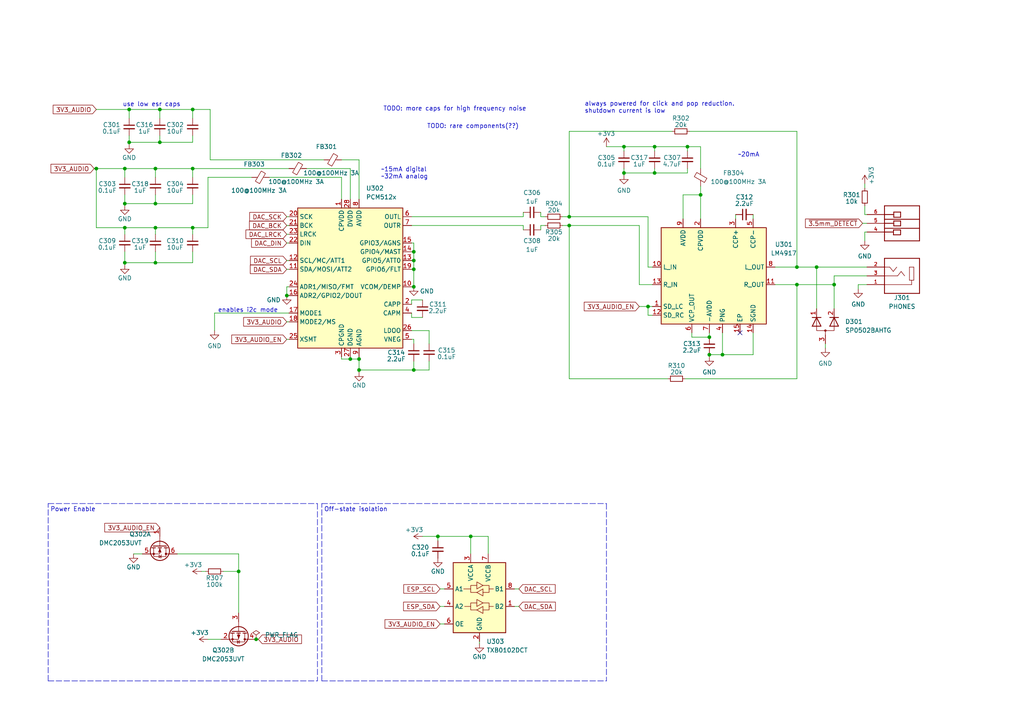
<source format=kicad_sch>
(kicad_sch (version 20211123) (generator eeschema)
  (paper "A4")
  (title_block (date "2022-09-04") (rev "1"))
  (lib_symbols
    (symbol "Audio:PCM5121PW"
      (property "Reference" "U" (at -13.97 21.59 0))
      (property "Value" "PCM5121PW" (at 10.16 21.59 0))
      (symbol "PCM5121PW_0_1"
        (rectangle (start -15.24 20.32) (end 15.24 -20.32) (stroke (width 0.254)) (fill (type background)))
      )
      (symbol "PCM5121PW_1_1"
        (pin power_in line (at -2.54 22.86 270) (length 2.54) (name "CPVDD") (number "1"))
        (pin bidirectional line (at 17.78 -2.54 180) (length 2.54) (name "VCOM/DEMP") (number "10"))
        (pin bidirectional line (at -17.78 2.54 0) (length 2.54) (name "SDA/MOSI/ATT2") (number "11"))
        (pin input line (at -17.78 5.08 0) (length 2.54) (name "SCL/MC/ATT1") (number "12"))
        (pin bidirectional line (at 17.78 5.08 180) (length 2.54) (name "GPIO5/ATT0") (number "13"))
        (pin bidirectional line (at 17.78 7.62 180) (length 2.54) (name "GPIO4/MAST") (number "14"))
        (pin bidirectional line (at 17.78 10.16 180) (length 2.54) (name "GPIO3/AGNS") (number "15"))
        (pin bidirectional line (at -17.78 -5.08 0) (length 2.54) (name "ADR2/GPIO2/DOUT") (number "16"))
        (pin input line (at -17.78 -10.16 0) (length 2.54) (name "MODE1") (number "17"))
        (pin input line (at -17.78 -12.7 0) (length 2.54) (name "MODE2/MS") (number "18"))
        (pin bidirectional line (at 17.78 2.54 180) (length 2.54) (name "GPIO6/FLT") (number "19"))
        (pin passive line (at 17.78 -7.62 180) (length 2.54) (name "CAPP") (number "2"))
        (pin input line (at -17.78 17.78 0) (length 2.54) (name "SCK") (number "20"))
        (pin bidirectional line (at -17.78 15.24 0) (length 2.54) (name "BCK") (number "21"))
        (pin input line (at -17.78 10.16 0) (length 2.54) (name "DIN") (number "22"))
        (pin bidirectional line (at -17.78 12.7 0) (length 2.54) (name "LRCK") (number "23"))
        (pin bidirectional line (at -17.78 -2.54 0) (length 2.54) (name "ADR1/MISO/FMT") (number "24"))
        (pin input line (at -17.78 -17.78 0) (length 2.54) (name "XSMT") (number "25"))
        (pin passive line (at 17.78 -15.24 180) (length 2.54) (name "LDOO") (number "26"))
        (pin power_in line (at 0 -22.86 90) (length 2.54) (name "DGND") (number "27"))
        (pin power_in line (at 0 22.86 270) (length 2.54) (name "DVDD") (number "28"))
        (pin power_in line (at -2.54 -22.86 90) (length 2.54) (name "CPGND") (number "3"))
        (pin passive line (at 17.78 -10.16 180) (length 2.54) (name "CAPM") (number "4"))
        (pin passive line (at 17.78 -17.78 180) (length 2.54) (name "VNEG") (number "5"))
        (pin output line (at 17.78 17.78 180) (length 2.54) (name "OUTL") (number "6"))
        (pin output line (at 17.78 15.24 180) (length 2.54) (name "OUTR") (number "7"))
        (pin power_in line (at 2.54 22.86 270) (length 2.54) (name "AVDD") (number "8"))
        (pin power_in line (at 2.54 -22.86 90) (length 2.54) (name "AGND") (number "9"))
      )
    )
    (symbol "Device:C_Small" (pin_numbers hide) (pin_names (offset 0.254) hide)
      (property "Reference" "C" (at 0.254 1.778 0))
      (property "Value" "C_Small" (at 0.254 -2.032 0))
      (symbol "C_Small_0_1"
        (polyline (pts (xy -1.524 -0.508) (xy 1.524 -0.508)) (stroke (width 0.3302)))
        (polyline (pts (xy -1.524 0.508) (xy 1.524 0.508)) (stroke (width 0.3048)))
      )
      (symbol "C_Small_1_1"
        (pin passive line (at 0 2.54 270) (length 2.032) (name "~") (number "1"))
        (pin passive line (at 0 -2.54 90) (length 2.032) (name "~") (number "2"))
      )
    )
    (symbol "Device:D_Dual_CommonAnode_KKA_Parallel" (pin_names (offset 0.762) hide)
      (property "Reference" "D" (at 0 5.08 0))
      (property "Value" "D_Dual_CommonAnode_KKA_Parallel" (at 0 -5.08 0))
      (symbol "D_Dual_CommonAnode_KKA_Parallel_0_0"
        (polyline (pts (xy 2.54 -3.81) (xy 2.54 -1.27)) (stroke (width 0.254)))
        (polyline (pts (xy 2.54 1.27) (xy 2.54 3.81)) (stroke (width 0.254)))
      )
      (symbol "D_Dual_CommonAnode_KKA_Parallel_0_1"
        (circle (center -1.27 0) (radius 0.254) (fill (type outline)))
        (polyline (pts (xy -1.27 0) (xy -2.54 0)))
        (polyline (pts (xy 2.54 2.54) (xy -1.27 2.54) (xy -1.27 -2.54) (xy 2.54 -2.54)))
        (polyline (pts (xy 0 -1.27) (xy 2.54 -2.54) (xy 0 -3.81) (xy 0 -1.27) (xy 0 -1.27) (xy 0 -1.27)) (stroke (width 0.254)))
        (polyline (pts (xy 0 3.81) (xy 2.54 2.54) (xy 0 1.27) (xy 0 3.81) (xy 0 3.81) (xy 0 3.81)) (stroke (width 0.254)))
        (pin passive line (at 5.08 2.54 180) (length 2.54) (name "K") (number "1"))
        (pin passive line (at 5.08 -2.54 180) (length 2.54) (name "K") (number "2"))
        (pin passive line (at -5.08 0 0) (length 2.54) (name "A") (number "3"))
      )
    )
    (symbol "Device:Ferrite_Bead_Small" (pin_numbers hide) (pin_names (offset 0))
      (property "Reference" "FB" (at 1.905 1.27 0))
      (property "Value" "Device_Ferrite_Bead_Small" (at 1.905 -1.27 0))
      (symbol "Ferrite_Bead_Small_0_1"
        (polyline (pts (xy 0 -1.27) (xy 0 -0.7874)))
        (polyline (pts (xy 0 0.889) (xy 0 1.2954)))
        (polyline (pts (xy -1.8288 0.2794) (xy -1.1176 1.4986) (xy 1.8288 -0.2032) (xy 1.1176 -1.4224) (xy -1.8288 0.2794)))
      )
      (symbol "Ferrite_Bead_Small_1_1"
        (pin passive line (at 0 2.54 270) (length 1.27) (name "~") (number "1"))
        (pin passive line (at 0 -2.54 90) (length 1.27) (name "~") (number "2"))
      )
    )
    (symbol "Device:R_Small" (pin_numbers hide) (pin_names (offset 0.254) hide)
      (property "Reference" "R" (at 0.762 0.508 0))
      (property "Value" "R_Small" (at 0.762 -1.016 0))
      (symbol "R_Small_0_1"
        (rectangle (start -0.762 1.778) (end 0.762 -1.778) (stroke (width 0.2032)))
      )
      (symbol "R_Small_1_1"
        (pin passive line (at 0 2.54 270) (length 0.762) (name "~") (number "1"))
        (pin passive line (at 0 -2.54 90) (length 0.762) (name "~") (number "2"))
      )
    )
    (symbol "Logic_LevelTranslator:TXB0102DCT"
      (property "Reference" "U" (at -6.35 11.43 0))
      (property "Value" "TXB0102DCT" (at 3.81 11.43 0))
      (symbol "TXB0102DCT_0_1"
        (rectangle (start -7.62 10.16) (end 7.62 -10.16) (stroke (width 0.254)) (fill (type background)))
        (polyline (pts (xy -2.54 -2.54) (xy -2.54 -1.524) (xy -0.762 -1.524)))
        (polyline (pts (xy -2.54 2.54) (xy -2.54 3.556) (xy -0.762 3.556)))
        (polyline (pts (xy 2.794 -2.54) (xy 2.794 -3.556) (xy 1.016 -3.556)))
        (polyline (pts (xy 2.794 2.54) (xy 2.794 1.524) (xy 1.016 1.524)))
        (polyline (pts (xy -0.762 -3.556) (xy -2.54 -3.556) (xy -2.54 -2.54) (xy -4.318 -2.54)))
        (polyline (pts (xy -0.762 -2.54) (xy -0.762 -0.508) (xy 1.016 -1.524) (xy -0.762 -2.54)) (fill (type background)))
        (polyline (pts (xy -0.762 1.524) (xy -2.54 1.524) (xy -2.54 2.54) (xy -4.572 2.54)))
        (polyline (pts (xy -0.762 2.54) (xy -0.762 4.572) (xy 1.016 3.556) (xy -0.762 2.54)))
        (polyline (pts (xy 1.016 -2.54) (xy 1.016 -4.572) (xy -0.762 -3.556) (xy 1.016 -2.54)))
        (polyline (pts (xy 1.016 -1.524) (xy 2.794 -1.524) (xy 2.794 -2.54) (xy 4.064 -2.54)))
        (polyline (pts (xy 1.016 3.556) (xy 2.794 3.556) (xy 2.794 2.54) (xy 4.064 2.54)))
        (polyline (pts (xy 1.016 2.54) (xy 1.016 0.762) (xy 1.016 0.508) (xy -0.762 1.524) (xy 1.016 2.54)))
      )
      (symbol "TXB0102DCT_1_1"
        (pin bidirectional line (at 10.16 -2.54 180) (length 2.54) (name "B2") (number "1"))
        (pin power_in line (at 0 -12.7 90) (length 2.54) (name "GND") (number "2"))
        (pin power_in line (at -2.54 12.7 270) (length 2.54) (name "VCCA") (number "3"))
        (pin bidirectional line (at -10.16 -2.54 0) (length 2.54) (name "A2") (number "4"))
        (pin bidirectional line (at -10.16 2.54 0) (length 2.54) (name "A1") (number "5"))
        (pin input line (at -10.16 -7.62 0) (length 2.54) (name "OE") (number "6"))
        (pin power_in line (at 2.54 12.7 270) (length 2.54) (name "VCCB") (number "7"))
        (pin bidirectional line (at 10.16 2.54 180) (length 2.54) (name "B1") (number "8"))
      )
    )
    (symbol "Transistor_FET:DMC2053UVT" (pin_names hide)
      (property "Reference" "Q" (at 3.175 1.27 0))
      (property "Value" "DMC2053UVT" (at 3.175 -1.27 0))
      (symbol "DMC2053UVT_0_1"
        (circle (center -0.889 0) (radius 2.794) (stroke (width 0.254)))
        (circle (center 0 -1.778) (radius 0.254) (fill (type outline)))
        (polyline (pts (xy -2.286 0) (xy -5.08 0)))
        (polyline (pts (xy -2.286 1.905) (xy -2.286 -1.905)) (stroke (width 0.254)))
        (polyline (pts (xy -1.778 -1.27) (xy -1.778 -2.286)) (stroke (width 0.254)))
        (polyline (pts (xy -1.778 0.508) (xy -1.778 -0.508)) (stroke (width 0.254)))
        (polyline (pts (xy -1.778 2.286) (xy -1.778 1.27)) (stroke (width 0.254)))
        (polyline (pts (xy 0 2.54) (xy 0 1.778)))
        (polyline (pts (xy 0 -2.54) (xy 0 0) (xy -1.778 0)))
        (polyline (pts (xy -1.778 -1.778) (xy 0.762 -1.778) (xy 0.762 1.778) (xy -1.778 1.778)))
        (circle (center 0 1.778) (radius 0.254) (fill (type outline)))
      )
      (symbol "DMC2053UVT_1_1"
        (polyline (pts (xy -1.524 0) (xy -0.508 0.381) (xy -0.508 -0.381) (xy -1.524 0)) (fill (type outline)))
        (polyline (pts (xy 0.254 0.508) (xy 0.381 0.381) (xy 1.143 0.381) (xy 1.27 0.254)))
        (polyline (pts (xy 0.762 0.381) (xy 0.381 -0.254) (xy 1.143 -0.254) (xy 0.762 0.381)))
        (pin passive line (at -7.62 0 0) (length 2.54) (name "G") (number "1"))
        (pin passive line (at 0 -5.08 90) (length 2.54) (name "S") (number "5"))
        (pin passive line (at 0 5.08 270) (length 2.54) (name "D") (number "6"))
      )
      (symbol "DMC2053UVT_2_1"
        (polyline (pts (xy -0.254 0) (xy -1.27 0.381) (xy -1.27 -0.381) (xy -0.254 0)) (fill (type outline)))
        (polyline (pts (xy 0.254 -0.508) (xy 0.381 -0.381) (xy 1.143 -0.381) (xy 1.27 -0.254)))
        (polyline (pts (xy 0.762 -0.381) (xy 0.381 0.254) (xy 1.143 0.254) (xy 0.762 -0.381)))
        (pin passive line (at 0 -5.08 90) (length 2.54) (name "S") (number "2"))
        (pin passive line (at -7.62 0 0) (length 2.54) (name "G") (number "3"))
        (pin passive line (at 0 5.08 270) (length 2.54) (name "D") (number "4"))
      )
    )
    (symbol "power:+3V3" (power) (pin_names (offset 0))
      (property "Value" "+3V3" (at 0 3.556 0))
      (symbol "+3V3_0_1"
        (polyline (pts (xy -0.762 1.27) (xy 0 2.54)))
        (polyline (pts (xy 0 0) (xy 0 2.54)))
        (polyline (pts (xy 0 2.54) (xy 0.762 1.27)))
      )
      (symbol "+3V3_1_1"
        (pin power_in line (at 0 0 90) (length 0) hide (name "+3V3") (number "1"))
      )
    )
    (symbol "power:GND" (power) (pin_names (offset 0))
      (property "Value" "GND" (at 0 -3.81 0))
      (symbol "GND_0_1"
        (polyline (pts (xy 0 0) (xy 0 -1.27) (xy 1.27 -1.27) (xy 0 -2.54) (xy -1.27 -1.27) (xy 0 -1.27)))
      )
      (symbol "GND_1_1"
        (pin power_in line (at 0 0 270) (length 0) hide (name "GND") (number "1"))
      )
    )
    (symbol "power:PWR_FLAG" (power) (pin_numbers hide) (pin_names (offset 0) hide)
      (property "Value" "PWR_FLAG" (at 0 3.81 0))
      (symbol "PWR_FLAG_0_0"
        (pin power_out line (at 0 0 90) (length 0) (name "pwr") (number "1"))
      )
      (symbol "PWR_FLAG_0_1"
        (polyline (pts (xy 0 0) (xy 0 1.27) (xy -1.016 1.905) (xy 0 2.54) (xy 1.016 1.905) (xy 0 1.27)))
      )
    )
    (symbol "symbols:LM4917"
      (property "Reference" "U" (at 0 0 0))
      (property "Value" "LM4917" (at 0 0 0))
      (symbol "LM4917_0_0"
        (pin input line (at -17.78 -2.54 0) (length 2.54) (name "R_IN") (number "13"))
        (pin power_in line (at 11.43 -16.51 90) (length 2.54) (name "SGND") (number "14"))
        (pin power_in line (at 7.62 -16.51 90) (length 2.54) (name "EP") (number "15"))
        (pin passive line (at 6.35 16.51 270) (length 2.54) (name "CCP+") (number "3"))
      )
      (symbol "LM4917_0_1"
        (rectangle (start -15.24 13.97) (end 15.24 -13.97) (stroke (width 0.254)) (fill (type background)))
      )
      (symbol "LM4917_1_1"
        (pin input line (at -17.78 -8.89 0) (length 2.54) (name "SD_LC") (number "1"))
        (pin input line (at -17.78 2.54 0) (length 2.54) (name "L_IN") (number "10"))
        (pin output line (at 17.78 -2.54 180) (length 2.54) (name "R_OUT") (number "11"))
        (pin input line (at -17.78 -11.43 0) (length 2.54) (name "SD_RC") (number "12"))
        (pin power_in line (at -3.81 16.51 270) (length 2.54) (name "CPVDD") (number "2"))
        (pin power_in line (at 2.54 -16.51 90) (length 2.54) (name "PNG") (number "4"))
        (pin passive line (at 11.43 16.51 270) (length 2.54) (name "CCP-") (number "5"))
        (pin power_in line (at -6.35 -16.51 90) (length 2.54) (name "VCP_OUT") (number "6"))
        (pin power_in line (at -1.27 -16.51 90) (length 2.54) (name "-AVDD") (number "7"))
        (pin output line (at 17.78 2.54 180) (length 2.54) (name "L_OUT") (number "8"))
        (pin power_in line (at -8.89 16.51 270) (length 2.54) (name "AVDD") (number "9"))
      )
    )
    (symbol "symbols:SJ-3566AN" (pin_names (offset 1.016) hide)
      (property "Reference" "J301" (at 0 6.35 0))
      (property "Value" "PHONES" (at 0 8.89 0))
      (symbol "SJ-3566AN_0_0"
        (polyline (pts (xy -5.1054 -13.7922) (xy 5.0038 -13.7922)) (stroke (width 0.254)))
        (polyline (pts (xy -5.08 -20.32) (xy 5.08 -20.32)) (stroke (width 0.254)))
        (polyline (pts (xy -5.08 -10.16) (xy -5.08 -20.32)) (stroke (width 0.254)))
        (polyline (pts (xy -5.08 -5.08) (xy 5.08 -5.08)) (stroke (width 0.254)))
        (polyline (pts (xy -5.08 5.08) (xy -5.08 -5.08)) (stroke (width 0.254)))
        (polyline (pts (xy -3.429 -2.54) (xy -2.159 -2.54)) (stroke (width 0.1524)))
        (polyline (pts (xy -3.429 1.27) (xy -3.429 -2.54)) (stroke (width 0.1524)))
        (polyline (pts (xy -2.794 1.27) (xy -3.429 1.27)) (stroke (width 0.1524)))
        (polyline (pts (xy -2.794 1.27) (xy -2.794 2.54)) (stroke (width 0.1524)))
        (polyline (pts (xy -2.794 2.54) (xy 5.08 2.54)) (stroke (width 0.1524)))
        (polyline (pts (xy -2.159 -2.54) (xy -2.159 1.27)) (stroke (width 0.1524)))
        (polyline (pts (xy -2.159 1.27) (xy -2.794 1.27)) (stroke (width 0.1524)))
        (polyline (pts (xy 0.254 -1.27) (xy -0.762 0)) (stroke (width 0.1524)))
        (polyline (pts (xy 0.4064 -18.4912) (xy 0.4064 -16.9926)) (stroke (width 0.254)))
        (polyline (pts (xy 0.4064 -16.9926) (xy 2.3876 -16.9926)) (stroke (width 0.254)))
        (polyline (pts (xy 0.4064 -15.9004) (xy 0.4064 -14.5034)) (stroke (width 0.254)))
        (polyline (pts (xy 0.4064 -14.5034) (xy 2.3876 -14.5034)) (stroke (width 0.254)))
        (polyline (pts (xy 0.4064 -11.9126) (xy 0.4064 -13.3096)) (stroke (width 0.254)))
        (polyline (pts (xy 0.508 -13.3096) (xy 2.4892 -13.3096)) (stroke (width 0.254)))
        (polyline (pts (xy 1.27 0) (xy 0.254 -1.27)) (stroke (width 0.1524)))
        (polyline (pts (xy 1.524 -2.54) (xy 2.54 -1.27)) (stroke (width 0.1524)))
        (polyline (pts (xy 2.3876 -18.4912) (xy 0.4064 -18.4912)) (stroke (width 0.254)))
        (polyline (pts (xy 2.3876 -16.9926) (xy 2.3876 -18.4912)) (stroke (width 0.254)))
        (polyline (pts (xy 2.3876 -15.9004) (xy 0.4064 -15.9004)) (stroke (width 0.254)))
        (polyline (pts (xy 2.3876 -14.5034) (xy 2.3876 -15.9004)) (stroke (width 0.254)))
        (polyline (pts (xy 2.4892 -13.3096) (xy 2.4892 -11.9126)) (stroke (width 0.254)))
        (polyline (pts (xy 2.4892 -11.9126) (xy 0.508 -11.9126)) (stroke (width 0.254)))
        (polyline (pts (xy 2.54 -1.27) (xy 3.556 -2.54)) (stroke (width 0.1524)))
        (polyline (pts (xy 5.08 -20.32) (xy 5.08 -17.78)) (stroke (width 0.254)))
        (polyline (pts (xy 5.08 -17.78) (xy 2.54 -17.78)) (stroke (width 0.254)))
        (polyline (pts (xy 5.08 -17.78) (xy 5.08 -15.24)) (stroke (width 0.254)))
        (polyline (pts (xy 5.08 -15.24) (xy 2.54 -15.24)) (stroke (width 0.254)))
        (polyline (pts (xy 5.08 -15.24) (xy 5.08 -12.7)) (stroke (width 0.254)))
        (polyline (pts (xy 5.08 -12.7) (xy 2.54 -12.7)) (stroke (width 0.254)))
        (polyline (pts (xy 5.08 -12.7) (xy 5.08 -10.16)) (stroke (width 0.254)))
        (polyline (pts (xy 5.08 -10.16) (xy -5.08 -10.16)) (stroke (width 0.254)))
        (polyline (pts (xy 5.08 -5.08) (xy 5.08 -2.54)) (stroke (width 0.254)))
        (polyline (pts (xy 5.08 -2.54) (xy 3.556 -2.54)) (stroke (width 0.1524)))
        (polyline (pts (xy 5.08 -2.54) (xy 5.08 0)) (stroke (width 0.254)))
        (polyline (pts (xy 5.08 0) (xy 1.27 0)) (stroke (width 0.1524)))
        (polyline (pts (xy 5.08 0) (xy 5.08 2.54)) (stroke (width 0.254)))
        (polyline (pts (xy 5.08 2.54) (xy 5.08 5.08)) (stroke (width 0.254)))
        (polyline (pts (xy 5.08 5.08) (xy -5.08 5.08)) (stroke (width 0.254)))
        (polyline (pts (xy 5.1054 -16.4084) (xy -5.1054 -16.4084)) (stroke (width 0.254)))
        (pin passive line (at 10.16 2.54 180) (length 5.08) (name "~") (number "1"))
        (pin passive line (at 10.16 -2.54 180) (length 5.08) (name "~") (number "2"))
        (pin passive line (at 10.16 0 180) (length 5.08) (name "~") (number "3"))
        (pin passive line (at 10.16 -12.7 180) (length 5.08) (name "~") (number "4"))
        (pin passive line (at 10.16 -15.24 180) (length 5.08) (name "~") (number "5"))
        (pin passive line (at 10.16 -17.78 180) (length 5.08) (name "~") (number "6"))
      )
    )
  )
  (junction (at 120.015 83.185))
  (junction (at 55.88 66.04))
  (junction (at 120.015 75.565))
  (junction (at 120.015 73.025))
  (junction (at 189.865 42.545))
  (junction (at 205.74 102.87))
  (junction (at 199.39 42.545))
  (junction (at 27.94 48.895))
  (junction (at 104.14 107.315))
  (junction (at 74.295 185.42))
  (junction (at 189.865 50.165))
  (junction (at 45.085 48.895))
  (junction (at 55.88 31.75))
  (junction (at 101.6 104.14))
  (junction (at 241.935 82.55))
  (junction (at 187.96 88.9))
  (junction (at 231.14 82.55))
  (junction (at 45.085 76.2))
  (junction (at 180.975 42.545))
  (junction (at 36.195 66.04))
  (junction (at 203.2 56.515))
  (junction (at 69.215 165.735))
  (junction (at 45.085 59.055))
  (junction (at 209.55 102.87))
  (junction (at 104.14 104.14))
  (junction (at 127 155.575))
  (junction (at 205.74 97.79))
  (junction (at 36.195 48.895))
  (junction (at 120.015 78.105))
  (junction (at 120.015 107.315))
  (junction (at 165.1 65.405))
  (junction (at 37.465 31.75))
  (junction (at 136.525 155.575))
  (junction (at 236.855 77.47))
  (junction (at 37.465 41.275))
  (junction (at 36.195 76.2))
  (junction (at 46.355 41.275))
  (junction (at 55.88 48.895))
  (junction (at 46.355 31.75))
  (junction (at 83.185 85.725))
  (junction (at 180.975 50.165))
  (junction (at 165.1 62.865))
  (junction (at 231.14 77.47))
  (junction (at 36.195 59.055))
  (junction (at 45.085 66.04))
  (no_connect (at -332.105 50.165))
  (no_connect (at 214.63 96.52))
  (no_connect (at 229.87 256.54))
  (polyline (pts (xy 13.97 197.485) (xy 13.97 146.05)))
  (wire (pts (xy 250.825 67.31) (xy 250.825 69.85)))
  (wire (pts (xy 38.735 160.655) (xy 41.275 160.655)))
  (wire (pts (xy 45.085 56.515) (xy 45.085 59.055)))
  (wire (pts (xy 187.96 62.865) (xy 187.96 77.47)))
  (wire (pts (xy 156.845 65.405) (xy 156.845 66.675)))
  (wire (pts (xy 119.38 86.995) (xy 119.38 88.265)))
  (wire (pts (xy 119.38 75.565) (xy 120.015 75.565)))
  (wire (pts (xy 55.88 39.37) (xy 55.88 41.275)))
  (wire (pts (xy 251.46 62.23) (xy 250.825 62.23)))
  (wire (pts (xy 101.6 104.14) (xy 104.14 104.14)))
  (wire (pts (xy 36.195 59.055) (xy 36.195 59.69)))
  (wire (pts (xy 251.46 67.31) (xy 250.825 67.31)))
  (wire (pts (xy 158.115 62.865) (xy 156.845 62.865)))
  (wire (pts (xy 231.14 82.55) (xy 231.14 109.855)))
  (wire (pts (xy 156.845 62.865) (xy 156.845 61.595)))
  (wire (pts (xy 151.765 65.405) (xy 151.765 66.675)))
  (wire (pts (xy 127.635 175.895) (xy 128.905 175.895)))
  (wire (pts (xy 231.14 109.855) (xy 198.755 109.855)))
  (wire (pts (xy 213.36 62.23) (xy 213.36 63.5)))
  (wire (pts (xy 224.79 82.55) (xy 231.14 82.55)))
  (wire (pts (xy 36.195 59.055) (xy 45.085 59.055)))
  (wire (pts (xy 36.195 51.435) (xy 36.195 48.895)))
  (wire (pts (xy 37.465 31.75) (xy 46.355 31.75)))
  (polyline (pts (xy 93.345 197.485) (xy 175.895 197.485)))
  (polyline (pts (xy 13.97 197.485) (xy 92.075 197.485)))
  (wire (pts (xy 45.085 48.895) (xy 55.88 48.895)))
  (wire (pts (xy 251.46 82.55) (xy 248.92 82.55)))
  (wire (pts (xy 180.975 50.165) (xy 180.975 50.8)))
  (wire (pts (xy 60.96 31.75) (xy 60.96 46.355)))
  (wire (pts (xy 124.46 107.315) (xy 120.015 107.315)))
  (wire (pts (xy 119.38 95.885) (xy 124.46 95.885)))
  (wire (pts (xy 165.1 38.1) (xy 194.945 38.1)))
  (wire (pts (xy 180.975 42.545) (xy 180.975 43.815)))
  (wire (pts (xy 199.39 42.545) (xy 203.2 42.545)))
  (wire (pts (xy 203.2 53.975) (xy 203.2 56.515)))
  (wire (pts (xy 27.94 31.75) (xy 37.465 31.75)))
  (wire (pts (xy 104.14 57.785) (xy 104.14 46.355)))
  (wire (pts (xy 119.38 62.865) (xy 151.765 62.865)))
  (wire (pts (xy 189.865 42.545) (xy 189.865 43.815)))
  (wire (pts (xy 45.085 48.895) (xy 45.085 51.435)))
  (wire (pts (xy 83.185 93.345) (xy 83.82 93.345)))
  (wire (pts (xy 236.855 77.47) (xy 236.855 89.535)))
  (wire (pts (xy 189.865 48.895) (xy 189.865 50.165)))
  (wire (pts (xy 37.465 41.275) (xy 46.355 41.275)))
  (wire (pts (xy 218.44 96.52) (xy 218.44 102.87)))
  (wire (pts (xy 127.635 180.975) (xy 128.905 180.975)))
  (wire (pts (xy 185.42 65.405) (xy 165.1 65.405)))
  (wire (pts (xy 83.185 62.865) (xy 83.82 62.865)))
  (wire (pts (xy 150.495 170.815) (xy 149.225 170.815)))
  (wire (pts (xy 99.06 104.14) (xy 101.6 104.14)))
  (wire (pts (xy 45.085 66.04) (xy 45.085 67.945)))
  (wire (pts (xy 120.015 70.485) (xy 120.015 73.025)))
  (wire (pts (xy 241.935 82.55) (xy 241.935 80.01)))
  (wire (pts (xy 27.305 48.895) (xy 27.94 48.895)))
  (wire (pts (xy 83.82 48.895) (xy 55.88 48.895)))
  (wire (pts (xy 187.96 88.9) (xy 187.96 91.44)))
  (polyline (pts (xy 13.97 146.05) (xy 92.075 146.05)))
  (wire (pts (xy 83.185 83.185) (xy 83.185 85.725)))
  (wire (pts (xy 55.88 56.515) (xy 55.88 59.055)))
  (wire (pts (xy 45.085 73.025) (xy 45.085 76.2)))
  (wire (pts (xy 122.555 92.075) (xy 119.38 92.075)))
  (wire (pts (xy 165.1 62.865) (xy 163.195 62.865)))
  (wire (pts (xy 119.38 73.025) (xy 120.015 73.025)))
  (polyline (pts (xy 92.075 146.05) (xy 92.075 197.485)))
  (wire (pts (xy 46.355 31.75) (xy 55.88 31.75)))
  (wire (pts (xy 127 156.845) (xy 127 155.575)))
  (wire (pts (xy 158.115 65.405) (xy 156.845 65.405)))
  (wire (pts (xy 185.42 65.405) (xy 185.42 82.55)))
  (wire (pts (xy 124.46 104.775) (xy 124.46 107.315)))
  (wire (pts (xy 46.355 31.75) (xy 46.355 34.29)))
  (wire (pts (xy 64.77 165.735) (xy 69.215 165.735)))
  (wire (pts (xy 83.185 83.185) (xy 83.82 83.185)))
  (wire (pts (xy 175.895 42.545) (xy 180.975 42.545)))
  (wire (pts (xy 120.015 78.105) (xy 120.015 83.185)))
  (wire (pts (xy 55.88 73.025) (xy 55.88 76.2)))
  (wire (pts (xy 36.195 73.025) (xy 36.195 76.2)))
  (polyline (pts (xy 175.895 146.05) (xy 175.895 197.485)))
  (wire (pts (xy 27.94 48.895) (xy 27.94 66.04)))
  (wire (pts (xy 55.88 67.945) (xy 55.88 66.04)))
  (wire (pts (xy 189.865 42.545) (xy 199.39 42.545)))
  (wire (pts (xy 141.605 155.575) (xy 141.605 160.655)))
  (wire (pts (xy 55.88 34.29) (xy 55.88 31.75)))
  (wire (pts (xy 250.825 53.34) (xy 250.825 54.61)))
  (wire (pts (xy 74.93 185.42) (xy 74.295 185.42)))
  (wire (pts (xy 199.39 50.165) (xy 199.39 48.895)))
  (wire (pts (xy 120.015 104.775) (xy 120.015 107.315)))
  (wire (pts (xy 45.085 59.055) (xy 55.88 59.055)))
  (wire (pts (xy 119.38 98.425) (xy 120.015 98.425)))
  (wire (pts (xy 165.1 62.865) (xy 165.1 38.1)))
  (wire (pts (xy 136.525 155.575) (xy 141.605 155.575)))
  (wire (pts (xy 37.465 34.29) (xy 37.465 31.75)))
  (wire (pts (xy 165.1 109.855) (xy 165.1 65.405)))
  (wire (pts (xy 231.14 82.55) (xy 241.935 82.55)))
  (wire (pts (xy 236.855 77.47) (xy 251.46 77.47)))
  (wire (pts (xy 55.88 51.435) (xy 55.88 48.895)))
  (wire (pts (xy 209.55 102.87) (xy 205.74 102.87)))
  (wire (pts (xy 36.195 76.2) (xy 36.195 76.835)))
  (wire (pts (xy 224.79 77.47) (xy 231.14 77.47)))
  (wire (pts (xy 203.2 42.545) (xy 203.2 48.895)))
  (wire (pts (xy 239.395 100.965) (xy 239.395 99.695)))
  (wire (pts (xy 36.195 56.515) (xy 36.195 59.055)))
  (wire (pts (xy 165.1 65.405) (xy 163.195 65.405)))
  (wire (pts (xy 180.975 50.165) (xy 189.865 50.165)))
  (polyline (pts (xy 93.345 197.485) (xy 93.345 146.05)))
  (wire (pts (xy 58.42 165.735) (xy 59.69 165.735)))
  (wire (pts (xy 83.185 67.945) (xy 83.82 67.945)))
  (wire (pts (xy 60.325 66.04) (xy 60.325 51.435)))
  (wire (pts (xy 241.935 82.55) (xy 241.935 89.535)))
  (wire (pts (xy 120.015 107.315) (xy 104.14 107.315)))
  (wire (pts (xy 62.23 90.805) (xy 62.23 95.885)))
  (wire (pts (xy 187.96 91.44) (xy 189.23 91.44)))
  (wire (pts (xy 248.92 82.55) (xy 248.92 83.82)))
  (wire (pts (xy 119.38 92.075) (xy 119.38 90.805)))
  (wire (pts (xy 36.195 66.04) (xy 45.085 66.04)))
  (wire (pts (xy 83.185 78.105) (xy 83.82 78.105)))
  (wire (pts (xy 45.085 66.04) (xy 55.88 66.04)))
  (wire (pts (xy 200.66 96.52) (xy 200.66 97.79)))
  (wire (pts (xy 205.74 103.505) (xy 205.74 102.87)))
  (wire (pts (xy 46.355 39.37) (xy 46.355 41.275)))
  (wire (pts (xy 120.015 83.185) (xy 119.38 83.185)))
  (wire (pts (xy 83.185 98.425) (xy 83.82 98.425)))
  (wire (pts (xy 198.12 63.5) (xy 198.12 56.515)))
  (wire (pts (xy 218.44 62.23) (xy 218.44 63.5)))
  (wire (pts (xy 120.015 75.565) (xy 120.015 78.105)))
  (wire (pts (xy 231.14 77.47) (xy 236.855 77.47)))
  (wire (pts (xy 101.6 57.785) (xy 101.6 48.895)))
  (wire (pts (xy 99.06 51.435) (xy 99.06 57.785)))
  (wire (pts (xy 62.23 90.805) (xy 83.82 90.805)))
  (wire (pts (xy 209.55 96.52) (xy 209.55 102.87)))
  (wire (pts (xy 60.325 51.435) (xy 73.025 51.435)))
  (wire (pts (xy 139.065 186.69) (xy 139.065 186.055)))
  (wire (pts (xy 36.195 67.945) (xy 36.195 66.04)))
  (wire (pts (xy 51.435 160.655) (xy 69.215 160.655)))
  (wire (pts (xy 55.88 66.04) (xy 60.325 66.04)))
  (wire (pts (xy 209.55 102.87) (xy 218.44 102.87)))
  (wire (pts (xy 198.12 56.515) (xy 203.2 56.515)))
  (wire (pts (xy 187.96 88.9) (xy 189.23 88.9)))
  (wire (pts (xy 231.14 38.1) (xy 231.14 77.47)))
  (wire (pts (xy 78.105 51.435) (xy 99.06 51.435)))
  (wire (pts (xy 200.025 38.1) (xy 231.14 38.1)))
  (wire (pts (xy 250.19 64.77) (xy 251.46 64.77)))
  (wire (pts (xy 205.74 97.79) (xy 205.74 96.52)))
  (wire (pts (xy 104.14 104.14) (xy 104.14 107.315)))
  (wire (pts (xy 120.015 98.425) (xy 120.015 99.695)))
  (wire (pts (xy 36.195 76.2) (xy 45.085 76.2)))
  (wire (pts (xy 99.06 46.355) (xy 104.14 46.355)))
  (polyline (pts (xy 93.345 146.05) (xy 175.895 146.05)))
  (wire (pts (xy 122.555 155.575) (xy 127 155.575)))
  (wire (pts (xy 120.015 73.025) (xy 120.015 75.565)))
  (wire (pts (xy 83.185 75.565) (xy 83.82 75.565)))
  (wire (pts (xy 36.195 66.04) (xy 27.94 66.04)))
  (wire (pts (xy 69.215 160.655) (xy 69.215 165.735)))
  (wire (pts (xy 101.6 103.505) (xy 101.6 104.14)))
  (wire (pts (xy 119.38 70.485) (xy 120.015 70.485)))
  (wire (pts (xy 189.23 82.55) (xy 185.42 82.55)))
  (wire (pts (xy 187.96 77.47) (xy 189.23 77.47)))
  (wire (pts (xy 60.325 185.42) (xy 64.135 185.42)))
  (wire (pts (xy 199.39 42.545) (xy 199.39 43.815)))
  (wire (pts (xy 55.88 31.75) (xy 60.96 31.75)))
  (wire (pts (xy 124.46 99.695) (xy 124.46 95.885)))
  (wire (pts (xy 37.465 41.275) (xy 37.465 41.91)))
  (wire (pts (xy 36.195 48.895) (xy 45.085 48.895)))
  (wire (pts (xy 83.185 85.725) (xy 83.82 85.725)))
  (wire (pts (xy 187.96 62.865) (xy 165.1 62.865)))
  (wire (pts (xy 119.38 78.105) (xy 120.015 78.105)))
  (wire (pts (xy 180.975 42.545) (xy 189.865 42.545)))
  (wire (pts (xy 60.96 46.355) (xy 93.98 46.355)))
  (wire (pts (xy 180.975 48.895) (xy 180.975 50.165)))
  (wire (pts (xy 203.2 56.515) (xy 203.2 63.5)))
  (wire (pts (xy 104.14 103.505) (xy 104.14 104.14)))
  (wire (pts (xy 119.38 65.405) (xy 151.765 65.405)))
  (wire (pts (xy 127 155.575) (xy 136.525 155.575)))
  (wire (pts (xy 99.06 103.505) (xy 99.06 104.14)))
  (wire (pts (xy 101.6 48.895) (xy 88.9 48.895)))
  (wire (pts (xy 200.66 97.79) (xy 205.74 97.79)))
  (wire (pts (xy 241.935 80.01) (xy 251.46 80.01)))
  (wire (pts (xy 189.865 50.165) (xy 199.39 50.165)))
  (wire (pts (xy 83.185 65.405) (xy 83.82 65.405)))
  (wire (pts (xy 122.555 86.995) (xy 119.38 86.995)))
  (wire (pts (xy 151.765 62.865) (xy 151.765 61.595)))
  (wire (pts (xy 104.14 107.315) (xy 104.14 107.95)))
  (wire (pts (xy 69.215 165.735) (xy 69.215 177.8)))
  (wire (pts (xy 250.825 62.23) (xy 250.825 59.69)))
  (wire (pts (xy 37.465 39.37) (xy 37.465 41.275)))
  (wire (pts (xy 150.495 175.895) (xy 149.225 175.895)))
  (wire (pts (xy 193.675 109.855) (xy 165.1 109.855)))
  (wire (pts (xy 185.42 88.9) (xy 187.96 88.9)))
  (wire (pts (xy 83.185 70.485) (xy 83.82 70.485)))
  (wire (pts (xy 46.355 41.275) (xy 55.88 41.275)))
  (wire (pts (xy 127.635 170.815) (xy 128.905 170.815)))
  (wire (pts (xy 27.94 48.895) (xy 36.195 48.895)))
  (wire (pts (xy 45.085 76.2) (xy 55.88 76.2)))
  (wire (pts (xy 136.525 155.575) (xy 136.525 160.655)))
  (text "~20mA" (at 213.995 45.72 0) (effects (font (size 1.27 1.27)) (justify left bottom)))
  (text "always powered for click and pop reduction.\nshutdown current is low" (at 169.545 33.02 0) (effects (font (size 1.27 1.27)) (justify left bottom)))
  (text "Power Enable" (at 14.605 148.59 0) (effects (font (size 1.27 1.27)) (justify left bottom)))
  (text "~15mA digital\n~32mA analog" (at 110.49 52.07 0) (effects (font (size 1.27 1.27)) (justify left bottom)))
  (text "TODO: more caps for high frequency noise" (at 111.125 32.385 0) (effects (font (size 1.27 1.27)) (justify left bottom)))
  (text "use low esr caps" (at 35.56 31.115 0) (effects (font (size 1.27 1.27)) (justify left bottom)))
  (text "Off-state isolation" (at 93.98 148.59 0) (effects (font (size 1.27 1.27)) (justify left bottom)))
  (text "enables i2c mode" (at 80.645 90.805 180) (effects (font (size 1.27 1.27)) (justify right bottom)))
  (text "TODO: rare components(??)" (at 123.825 37.465 0) (effects (font (size 1.27 1.27)) (justify left bottom)))
  (global_label "3V3_AUDIO_EN" (shape input) (at 185.42 88.9 180) (property "Intersheet References" "${INTERSHEET_REFS}" (effects hide)))
  (global_label "DAC_SDA" (shape input) (at 150.495 175.895 0) (property "Intersheet References" "${INTERSHEET_REFS}" (effects hide)))
  (global_label "3V3_AUDIO_EN" (shape input) (at 83.185 98.425 180) (property "Intersheet References" "${INTERSHEET_REFS}" (effects hide)))
  (global_label "3V3_AUDIO" (shape input) (at 83.185 93.345 180) (property "Intersheet References" "${INTERSHEET_REFS}" (effects hide)))
  (global_label "DAC_SCL" (shape input) (at 83.185 75.565 180) (property "Intersheet References" "${INTERSHEET_REFS}" (effects hide)))
  (global_label "ESP_SDA" (shape input) (at 127.635 175.895 180) (property "Intersheet References" "${INTERSHEET_REFS}" (effects hide)))
  (global_label "DAC_DIN" (shape input) (at 83.185 70.485 180) (property "Intersheet References" "${INTERSHEET_REFS}" (effects hide)))
  (global_label "DAC_BCK" (shape input) (at 83.185 65.405 180) (property "Intersheet References" "${INTERSHEET_REFS}" (effects hide)))
  (global_label "3V3_AUDIO" (shape input) (at 74.93 185.42 0) (property "Intersheet References" "${INTERSHEET_REFS}" (effects hide)))
  (global_label "3V3_AUDIO_EN" (shape input) (at 127.635 180.975 180) (property "Intersheet References" "${INTERSHEET_REFS}" (effects hide)))
  (global_label "DAC_SDA" (shape input) (at 83.185 78.105 180) (property "Intersheet References" "${INTERSHEET_REFS}" (effects hide)))
  (global_label "3V3_AUDIO" (shape input) (at 27.94 31.75 180) (property "Intersheet References" "${INTERSHEET_REFS}" (effects hide)))
  (global_label "DAC_SCL" (shape input) (at 150.495 170.815 0) (property "Intersheet References" "${INTERSHEET_REFS}" (effects hide)))
  (global_label "DAC_LRCK" (shape input) (at 83.185 67.945 180) (property "Intersheet References" "${INTERSHEET_REFS}" (effects hide)))
  (global_label "ESP_SCL" (shape input) (at 127.635 170.815 180) (property "Intersheet References" "${INTERSHEET_REFS}" (effects hide)))
  (global_label "DAC_SCK" (shape input) (at 83.185 62.865 180) (property "Intersheet References" "${INTERSHEET_REFS}" (effects hide)))
  (global_label "3V3_AUDIO" (shape input) (at 27.305 48.895 180) (property "Intersheet References" "${INTERSHEET_REFS}" (effects hide)))
  (global_label "3V3_AUDIO_EN" (shape input) (at 46.355 153.035 180) (property "Intersheet References" "${INTERSHEET_REFS}" (effects hide)))
  (global_label "~{3.5mm_DETECT}" (shape input) (at 250.19 64.77 180) (property "Intersheet References" "${INTERSHEET_REFS}" (effects hide)))
  (symbol (lib_id "power:PWR_FLAG") (at 74.295 185.42 0) (unit 1)
    (property "Reference" "#FLG0105" (effects hide))
    (property "Value" "PWR_FLAG" (at 76.835 184.1499 0) (effects (justify left)))
  )
  (symbol (lib_id "Device:C_Small") (at 55.88 36.83 0) (unit 1)
    (property "Reference" "C302" (at 50.8 36.195 0))
    (property "Value" "10uF" (at 50.8 38.1 0))
    (property "Footprint" "Capacitor_SMD:C_0805_2012Metric" (effects hide))
    (property "PN" "EMK212ABJ106KG-T" (effects hide))
  )
  (symbol (lib_id "power:GND") (at 104.14 107.95 0) (unit 1)
    (property "Reference" "#PWR0313" (effects hide))
    (property "Value" "GND" (at 104.14 111.76 0))
  )
  (symbol (lib_id "power:GND") (at 83.185 85.725 0) (unit 1)
    (property "Reference" "#PWR0310" (effects hide))
    (property "Value" "GND" (at 79.375 86.995 0))
  )
  (symbol (lib_id "Device:C_Small") (at 55.88 70.485 0) (unit 1)
    (property "Reference" "C310" (at 50.8 69.85 0))
    (property "Value" "10uF" (at 50.8 71.755 0))
    (property "Footprint" "Capacitor_SMD:C_0805_2012Metric" (effects hide))
    (property "PN" "EMK212ABJ106KG-T" (effects hide))
  )
  (symbol (lib_id "Device:C_Small") (at 124.46 102.235 0) (unit 1)
    (property "Reference" "C315" (at 129.54 101.6 0))
    (property "Value" "0.1uF" (at 129.54 103.505 0))
    (property "Footprint" "Capacitor_SMD:C_0805_2012Metric" (effects hide))
    (property "PN" "0805YD104KAT2A" (effects hide))
  )
  (symbol (lib_id "Device:C_Small") (at 122.555 89.535 0) (unit 1)
    (property "Reference" "C311" (at 127 88.265 0))
    (property "Value" "2.2uF" (at 127 90.17 0))
    (property "Footprint" "Capacitor_SMD:C_0603_1608Metric" (effects hide))
    (property "PN" "EMK107ABJ225KA8T" (effects hide))
  )
  (symbol (lib_id "Device:R_Small") (at 196.215 109.855 90) (unit 1)
    (property "Reference" "R310" (at 196.215 106.045 90))
    (property "Value" "20k" (at 196.215 107.95 90))
    (property "Footprint" "Resistor_SMD:R_0603_1608Metric" (effects hide))
    (property "PN" "AC0603FR-0720KL" (effects hide))
  )
  (symbol (lib_id "power:GND") (at 38.735 160.655 0) (unit 1)
    (property "Reference" "#PWR0309" (effects hide))
    (property "Value" "GND" (at 38.735 164.465 0))
  )
  (symbol (lib_id "power:+3V3") (at 58.42 165.735 90) (unit 1)
    (property "Reference" "#PWR0314" (effects hide))
    (property "Value" "+3V3" (at 53.34 163.83 90) (effects (justify right)))
  )
  (symbol (lib_id "Device:R_Small") (at 160.655 62.865 90) (unit 1)
    (property "Reference" "R304" (at 160.655 59.055 90))
    (property "Value" "20k" (at 160.655 60.96 90))
    (property "Footprint" "Resistor_SMD:R_0603_1608Metric" (effects hide))
    (property "PN" "AC0603FR-0720KL" (effects hide))
  )
  (symbol (lib_id "power:GND") (at 36.195 76.835 0) (unit 1)
    (property "Reference" "#PWR0306" (effects hide))
    (property "Value" "GND" (at 36.195 80.645 0))
  )
  (symbol (lib_id "Device:Ferrite_Bead_Small") (at 75.565 51.435 90) (unit 1)
    (property "Reference" "FB303" (at 76.835 47.625 90) (effects (justify left)))
    (property "Value" "100@100MHz 3A" (at 83.185 55.245 90) (effects (justify left)))
    (property "Footprint" "Inductor_SMD:L_0603_1608Metric" (effects hide))
    (property "PN" "BLM18KG101TN1D" (effects hide))
  )
  (symbol (lib_id "Device:C_Small") (at 120.015 102.235 0) (unit 1)
    (property "Reference" "C314" (at 114.935 102.235 0))
    (property "Value" "2.2uF" (at 114.935 104.14 0))
    (property "Footprint" "Capacitor_SMD:C_0603_1608Metric" (effects hide))
    (property "PN" "EMK107ABJ225KA8T" (effects hide))
  )
  (symbol (lib_id "power:+3V3") (at 122.555 155.575 90) (unit 1)
    (property "Reference" "#PWR0303" (effects hide))
    (property "Value" "+3V3" (at 117.475 153.67 90) (effects (justify right)))
  )
  (symbol (lib_id "Device:C_Small") (at 55.88 53.975 0) (unit 1)
    (property "Reference" "C304" (at 50.8 53.34 0))
    (property "Value" "10uF" (at 50.8 55.245 0))
    (property "Footprint" "Capacitor_SMD:C_0805_2012Metric" (effects hide))
    (property "PN" "EMK212ABJ106KG-T" (effects hide))
  )
  (symbol (lib_id "power:GND") (at 62.23 95.885 0) (unit 1)
    (property "Reference" "#PWR0311" (effects hide))
    (property "Value" "GND" (at 62.23 100.33 0))
  )
  (symbol (lib_id "Device:C_Small") (at 45.085 53.975 0) (unit 1)
    (property "Reference" "C318" (at 40.64 53.34 0))
    (property "Value" "1uF" (at 40.64 55.245 0))
    (property "Footprint" "Capacitor_SMD:C_0805_2012Metric" (effects hide))
    (property "PN" "EMK212BJ105KG-T" (effects hide))
  )
  (symbol (lib_id "power:GND") (at 248.92 83.82 0) (unit 1)
    (property "Reference" "#PWR0308" (effects hide))
    (property "Value" "GND" (at 248.92 88.265 0))
  )
  (symbol (lib_id "power:+3V3") (at 175.895 42.545 0) (unit 1)
    (property "Reference" "#PWR0318" (effects hide))
    (property "Value" "+3V3" (at 178.435 38.735 0) (effects (justify right)))
  )
  (symbol (lib_id "Device:C_Small") (at 46.355 36.83 0) (unit 1)
    (property "Reference" "C316" (at 41.91 36.195 0))
    (property "Value" "1uF" (at 41.91 38.1 0))
    (property "Footprint" "Capacitor_SMD:C_0805_2012Metric" (effects hide))
    (property "PN" "EMK212BJ105KG-T" (effects hide))
  )
  (symbol (lib_id "power:GND") (at 37.465 41.91 0) (unit 1)
    (property "Reference" "#PWR0301" (effects hide))
    (property "Value" "GND" (at 37.465 45.72 0))
  )
  (symbol (lib_id "power:GND") (at 239.395 100.965 0) (unit 1)
    (property "Reference" "#PWR0319" (effects hide))
    (property "Value" "GND" (at 239.395 105.41 0))
  )
  (symbol (lib_id "power:GND") (at 120.015 83.185 0) (unit 1)
    (property "Reference" "#PWR0307" (effects hide))
    (property "Value" "GND" (at 123.825 84.455 0))
  )
  (symbol (lib_id "Device:C_Small") (at 199.39 46.355 0) (unit 1)
    (property "Reference" "C307" (at 194.945 45.72 0))
    (property "Value" "4.7uF" (at 194.945 47.625 0))
    (property "Footprint" "Capacitor_SMD:C_0805_2012Metric" (effects hide))
    (property "PN" "EMK212BJ475KD-T" (effects hide))
  )
  (symbol (lib_id "Device:C_Small") (at 180.975 46.355 0) (unit 1)
    (property "Reference" "C305" (at 175.895 45.72 0))
    (property "Value" "0.1uF" (at 175.895 47.625 0))
    (property "Footprint" "Capacitor_SMD:C_0805_2012Metric" (effects hide))
    (property "PN" "0805YD104KAT2A" (effects hide))
  )
  (symbol (lib_id "power:GND") (at 139.065 186.69 0) (unit 1)
    (property "Reference" "#PWR0315" (effects hide))
    (property "Value" "GND" (at 139.065 190.5 0))
  )
  (symbol (lib_id "Device:C_Small") (at 215.9 62.23 90) (unit 1)
    (property "Reference" "C312" (at 215.9 57.15 90))
    (property "Value" "2.2uF" (at 215.9 59.055 90))
    (property "Footprint" "Capacitor_SMD:C_0603_1608Metric" (effects hide))
    (property "PN" "EMK107ABJ225KA8T" (effects hide))
  )
  (symbol (lib_id "Device:Ferrite_Bead_Small") (at 203.2 51.435 180) (unit 1)
    (property "Reference" "FB304" (at 215.9 50.165 0) (effects (justify left)))
    (property "Value" "100@100MHz 3A" (at 222.25 52.705 0) (effects (justify left)))
    (property "Footprint" "Inductor_SMD:L_0603_1608Metric" (effects hide))
    (property "PN" "BLM18KG101TN1D" (effects hide))
  )
  (symbol (lib_id "power:+3V3") (at 250.825 53.34 0) (unit 1)
    (property "Reference" "#PWR0302" (effects hide))
    (property "Value" "+3V3" (at 252.73 48.26 90) (effects (justify right)))
  )
  (symbol (lib_id "power:GND") (at 250.825 69.85 0) (unit 1)
    (property "Reference" "#PWR0305" (effects hide))
    (property "Value" "GND" (at 250.825 74.295 0))
  )
  (symbol (lib_id "Transistor_FET:DMC2053UVT") (at 69.215 185.42 270) (unit 2)
    (property "Reference" "Q302" (at 64.77 188.595 90))
    (property "Value" "DMC2053UVT" (at 64.77 191.135 90))
    (property "Footprint" "Package_TO_SOT_SMD:TSOT-23-6" (effects hide))
    (property "PN" "DMC2053UVT" (effects hide))
  )
  (symbol (lib_id "Transistor_FET:DMC2053UVT") (at 46.355 160.655 270) (unit 1)
    (property "Reference" "Q302" (at 40.64 154.94 90))
    (property "Value" "DMC2053UVT" (at 34.925 157.48 90))
    (property "Footprint" "Package_TO_SOT_SMD:TSOT-23-6" (effects hide))
    (property "PN" "DMC2053UVT" (effects hide))
  )
  (symbol (lib_id "power:GND") (at 205.74 103.505 0) (unit 1)
    (property "Reference" "#PWR0122" (effects hide))
    (property "Value" "GND" (at 205.74 107.95 0))
  )
  (symbol (lib_id "Device:R_Small") (at 250.825 57.15 180) (unit 1)
    (property "Reference" "R301" (at 247.015 56.515 0))
    (property "Value" "10k" (at 247.015 58.42 0))
    (property "Footprint" "Resistor_SMD:R_0603_1608Metric" (effects hide))
    (property "PN" "AC0603JR-0710KL" (effects hide))
  )
  (symbol (lib_id "symbols:SJ-3566AN") (at 261.62 80.01 180) (unit 1)
    (property "Reference" "J301" (at 261.62 86.36 0))
    (property "Value" "PHONES" (at 261.62 88.9 0))
    (property "Footprint" "footprints:CUI_SJ-3566AN" (effects hide))
    (property "PN" "SJ-3566AN" (effects hide))
  )
  (symbol (lib_id "Device:C_Small") (at 127 159.385 0) (unit 1)
    (property "Reference" "C320" (at 121.92 158.75 0))
    (property "Value" "0.1uF" (at 121.92 160.655 0))
    (property "Footprint" "Capacitor_SMD:C_0805_2012Metric" (effects hide))
    (property "PN" "0805YD104KAT2A" (effects hide))
  )
  (symbol (lib_id "power:GND") (at 180.975 50.8 0) (unit 1)
    (property "Reference" "#PWR0123" (effects hide))
    (property "Value" "GND" (at 180.975 55.245 0))
  )
  (symbol (lib_id "Device:C_Small") (at 154.305 66.675 90) (unit 1)
    (property "Reference" "C308" (at 154.305 69.85 90))
    (property "Value" "1uF" (at 154.305 72.39 90))
    (property "Footprint" "Diode_SMD:D_1206_3216Metric" (effects hide))
    (property "PN" "T491A105M016AT" (effects hide))
  )
  (symbol (lib_id "Device:Ferrite_Bead_Small") (at 86.36 48.895 90) (unit 1)
    (property "Reference" "FB302" (at 87.63 45.085 90) (effects (justify left)))
    (property "Value" "100@100MHz 3A" (at 93.98 52.705 90) (effects (justify left)))
    (property "Footprint" "Inductor_SMD:L_0603_1608Metric" (effects hide))
    (property "PN" "BLM18KG101TN1D" (effects hide))
  )
  (symbol (lib_id "power:GND") (at 36.195 59.69 0) (unit 1)
    (property "Reference" "#PWR0304" (effects hide))
    (property "Value" "GND" (at 36.195 63.5 0))
  )
  (symbol (lib_id "Device:C_Small") (at 36.195 70.485 0) (unit 1)
    (property "Reference" "C309" (at 31.115 69.85 0))
    (property "Value" "0.1uF" (at 31.115 71.755 0))
    (property "Footprint" "Capacitor_SMD:C_0805_2012Metric" (effects hide))
    (property "PN" "0805YD104KAT2A" (effects hide))
  )
  (symbol (lib_id "Device:C_Small") (at 154.305 61.595 90) (unit 1)
    (property "Reference" "C306" (at 154.305 55.88 90))
    (property "Value" "1uF" (at 154.305 58.42 90))
    (property "Footprint" "Diode_SMD:D_1206_3216Metric" (effects hide))
    (property "PN" "T491A105M016AT" (effects hide))
  )
  (symbol (lib_id "Device:R_Small") (at 62.23 165.735 90) (unit 1)
    (property "Reference" "R307" (at 62.23 167.64 90))
    (property "Value" "100k" (at 62.23 169.545 90))
    (property "Footprint" "Resistor_SMD:R_0603_1608Metric" (effects hide))
    (property "PN" "RC0603JR-10100KL" (effects hide))
  )
  (symbol (lib_id "Device:C_Small") (at 36.195 53.975 0) (unit 1)
    (property "Reference" "C303" (at 31.115 53.34 0))
    (property "Value" "0.1uF" (at 31.115 55.245 0))
    (property "Footprint" "Capacitor_SMD:C_0805_2012Metric" (effects hide))
    (property "PN" "0805YD104KAT2A" (effects hide))
  )
  (symbol (lib_id "Device:R_Small") (at 160.655 65.405 270) (unit 1)
    (property "Reference" "R305" (at 160.655 67.31 90))
    (property "Value" "20k" (at 160.655 69.215 90))
    (property "Footprint" "Resistor_SMD:R_0603_1608Metric" (effects hide))
    (property "PN" "AC0603FR-0720KL" (effects hide))
  )
  (symbol (lib_id "power:GND") (at 127 161.925 0) (unit 1)
    (property "Reference" "#PWR0312" (effects hide))
    (property "Value" "GND" (at 127 165.735 0))
  )
  (symbol (lib_id "symbols:LM4917") (at 207.01 80.01 0) (unit 1)
    (property "Reference" "U301" (at 227.33 70.8912 0))
    (property "Value" "LM4917" (at 227.33 73.4312 0))
    (property "Footprint" "footprints:SOIC-14" (effects hide))
    (property "PN" "LM4917SD" (effects hide))
  )
  (symbol (lib_id "Device:R_Small") (at 197.485 38.1 90) (unit 1)
    (property "Reference" "R302" (at 197.485 34.29 90))
    (property "Value" "20k" (at 197.485 36.195 90))
    (property "Footprint" "Resistor_SMD:R_0603_1608Metric" (effects hide))
    (property "PN" "AC0603FR-0720KL" (effects hide))
  )
  (symbol (lib_id "Audio:PCM5121PW") (at 101.6 80.645 0) (unit 1)
    (property "Reference" "U302" (at 106.1594 54.61 0) (effects (justify left)))
    (property "Value" "PCM512x" (at 106.1594 57.15 0) (effects (justify left)))
    (property "Footprint" "Package_SO:TSSOP-28_4.4x9.7mm_P0.65mm" (effects hide))
    (property "Datasheet" "http://www.ti.com/lit/ds/symlink/pcm5121.pdf" (effects hide))
    (property "PN" "PCM512x" (effects hide))
  )
  (symbol (lib_id "power:+3V3") (at 60.325 185.42 90) (unit 1)
    (property "Reference" "#PWR0317" (effects hide))
    (property "Value" "+3V3" (at 55.245 183.515 90) (effects (justify right)))
  )
  (symbol (lib_id "Logic_LevelTranslator:TXB0102DCT") (at 139.065 173.355 0) (unit 1)
    (property "Reference" "U303" (at 141.0844 186.055 0) (effects (justify left)))
    (property "Value" "TXB0102DCT" (at 141.0844 188.595 0) (effects (justify left)))
    (property "Footprint" "Package_SO:VSSOP-8_2.4x2.1mm_P0.5mm" (effects hide))
    (property "Datasheet" "http://www.ti.com/lit/ds/symlink/txb0102.pdf" (effects hide))
    (property "PN" "TXB0102DCUT" (effects hide))
  )
  (symbol (lib_id "Device:D_Dual_CommonAnode_KKA_Parallel") (at 239.395 94.615 90) (unit 1)
    (property "Reference" "D301" (at 245.11 93.2814 90) (effects (justify right)))
    (property "Value" "SP0502BAHTG " (at 245.11 95.8214 90) (effects (justify right)))
    (property "Footprint" "Package_TO_SOT_SMD:SOT-523" (effects hide))
    (property "PN" "PESD2USB3UV-TR" (effects hide))
  )
  (symbol (lib_id "Device:C_Small") (at 189.865 46.355 0) (unit 1)
    (property "Reference" "C317" (at 185.42 45.72 0))
    (property "Value" "1uF" (at 185.42 47.625 0))
    (property "Footprint" "Capacitor_SMD:C_0805_2012Metric" (effects hide))
    (property "PN" "EMK212BJ105KG-T" (effects hide))
  )
  (symbol (lib_id "Device:C_Small") (at 205.74 100.33 180) (unit 1)
    (property "Reference" "C313" (at 200.66 99.695 0))
    (property "Value" "2.2uF" (at 200.66 101.6 0))
    (property "Footprint" "Capacitor_SMD:C_0805_2012Metric" (effects hide))
    (property "PN" "EMK212BJ225KGHT" (effects hide))
  )
  (symbol (lib_id "Device:C_Small") (at 37.465 36.83 0) (unit 1)
    (property "Reference" "C301" (at 32.385 36.195 0))
    (property "Value" "0.1uF" (at 32.385 38.1 0))
    (property "Footprint" "Capacitor_SMD:C_0805_2012Metric" (effects hide))
    (property "PN" "0805YD104KAT2A" (effects hide))
  )
  (symbol (lib_id "Device:C_Small") (at 45.085 70.485 0) (unit 1)
    (property "Reference" "C319" (at 40.64 69.85 0))
    (property "Value" "1uF" (at 40.64 71.755 0))
    (property "Footprint" "Capacitor_SMD:C_0805_2012Metric" (effects hide))
    (property "PN" "EMK212BJ105KG-T" (effects hide))
  )
  (symbol (lib_id "Device:Ferrite_Bead_Small") (at 96.52 46.355 90) (unit 1)
    (property "Reference" "FB301" (at 97.79 42.545 90) (effects (justify left)))
    (property "Value" "100@100MHz 3A" (at 104.14 50.165 90) (effects (justify left)))
    (property "Footprint" "Inductor_SMD:L_0603_1608Metric" (effects hide))
    (property "PN" "BLM18KG101TN1D" (effects hide))
  )
)
</source>
